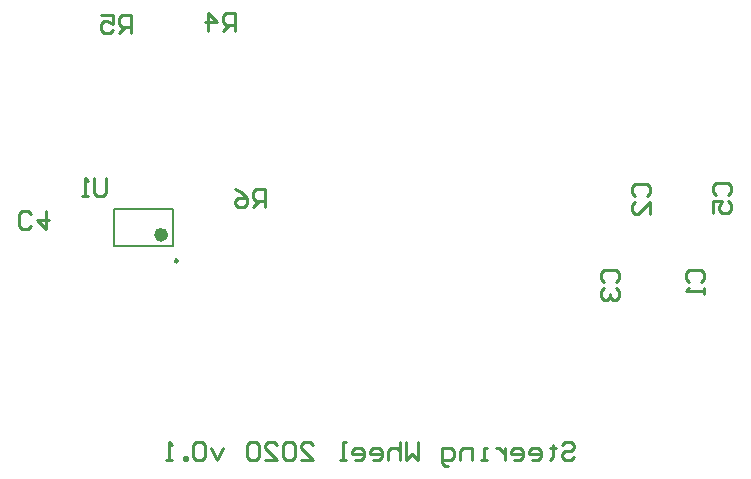
<source format=gbr>
%TF.GenerationSoftware,Altium Limited,Altium Designer,19.1.8 (144)*%
G04 Layer_Color=32896*
%FSLAX26Y26*%
%MOIN*%
%TF.FileFunction,Legend,Bot*%
%TF.Part,Single*%
G01*
G75*
%TA.AperFunction,NonConductor*%
%ADD23C,0.023622*%
%ADD24C,0.009842*%
%ADD25C,0.007874*%
%ADD26C,0.010000*%
D23*
X885866Y1101378D02*
G03*
X885866Y1101378I-11811J0D01*
G01*
D24*
X929370Y1013779D02*
G03*
X929370Y1013779I-4921J0D01*
G01*
D25*
X716575Y1062008D02*
Y1187992D01*
Y1062008D02*
X913425D01*
X716575Y1187992D02*
X913425D01*
Y1062008D02*
Y1187992D01*
D26*
X2210013Y399984D02*
X2220010Y409981D01*
X2240003D01*
X2250000Y399984D01*
Y389987D01*
X2240003Y379990D01*
X2220010D01*
X2210013Y369993D01*
Y359997D01*
X2220010Y350000D01*
X2240003D01*
X2250000Y359997D01*
X2180023Y399984D02*
Y389987D01*
X2190019D01*
X2170026D01*
X2180023D01*
Y359997D01*
X2170026Y350000D01*
X2110045D02*
X2130039D01*
X2140036Y359997D01*
Y379990D01*
X2130039Y389987D01*
X2110045D01*
X2100048Y379990D01*
Y369993D01*
X2140036D01*
X2050065Y350000D02*
X2070058D01*
X2080055Y359997D01*
Y379990D01*
X2070058Y389987D01*
X2050065D01*
X2040068Y379990D01*
Y369993D01*
X2080055D01*
X2020074Y389987D02*
Y350000D01*
Y369993D01*
X2010078Y379990D01*
X2000081Y389987D01*
X1990084D01*
X1960094Y350000D02*
X1940100D01*
X1950097D01*
Y389987D01*
X1960094D01*
X1910110Y350000D02*
Y389987D01*
X1880120D01*
X1870123Y379990D01*
Y350000D01*
X1830136Y330007D02*
X1820139D01*
X1810142Y340003D01*
Y389987D01*
X1840133D01*
X1850129Y379990D01*
Y359997D01*
X1840133Y350000D01*
X1810142D01*
X1730168Y409981D02*
Y350000D01*
X1710175Y369993D01*
X1690181Y350000D01*
Y409981D01*
X1670188D02*
Y350000D01*
Y379990D01*
X1660191Y389987D01*
X1640197D01*
X1630200Y379990D01*
Y350000D01*
X1580217D02*
X1600210D01*
X1610207Y359997D01*
Y379990D01*
X1600210Y389987D01*
X1580217D01*
X1570220Y379990D01*
Y369993D01*
X1610207D01*
X1520236Y350000D02*
X1540230D01*
X1550226Y359997D01*
Y379990D01*
X1540230Y389987D01*
X1520236D01*
X1510239Y379990D01*
Y369993D01*
X1550226D01*
X1490246Y350000D02*
X1470252D01*
X1480249D01*
Y409981D01*
X1490246D01*
X1340294Y350000D02*
X1380281D01*
X1340294Y389987D01*
Y399984D01*
X1350291Y409981D01*
X1370285D01*
X1380281Y399984D01*
X1320301D02*
X1310304Y409981D01*
X1290311D01*
X1280314Y399984D01*
Y359997D01*
X1290311Y350000D01*
X1310304D01*
X1320301Y359997D01*
Y399984D01*
X1220333Y350000D02*
X1260320D01*
X1220333Y389987D01*
Y399984D01*
X1230330Y409981D01*
X1250323D01*
X1260320Y399984D01*
X1200340D02*
X1190343Y409981D01*
X1170349D01*
X1160352Y399984D01*
Y359997D01*
X1170349Y350000D01*
X1190343D01*
X1200340Y359997D01*
Y399984D01*
X1080378Y389987D02*
X1060385Y350000D01*
X1040391Y389987D01*
X1020398Y399984D02*
X1010401Y409981D01*
X990408D01*
X980411Y399984D01*
Y359997D01*
X990408Y350000D01*
X1010401D01*
X1020398Y359997D01*
Y399984D01*
X960417Y350000D02*
Y359997D01*
X950420D01*
Y350000D01*
X960417D01*
X910433D02*
X890440D01*
X900437D01*
Y409981D01*
X910433Y399984D01*
X2725016Y1235013D02*
X2715019Y1245010D01*
Y1265003D01*
X2725016Y1275000D01*
X2765003D01*
X2775000Y1265003D01*
Y1245010D01*
X2765003Y1235013D01*
X2715019Y1175032D02*
Y1215019D01*
X2745010D01*
X2735013Y1195026D01*
Y1185029D01*
X2745010Y1175032D01*
X2765003D01*
X2775000Y1185029D01*
Y1205023D01*
X2765003Y1215019D01*
X2350016Y945013D02*
X2340019Y955010D01*
Y975003D01*
X2350016Y985000D01*
X2390003D01*
X2400000Y975003D01*
Y955010D01*
X2390003Y945013D01*
X2350016Y925019D02*
X2340019Y915023D01*
Y895029D01*
X2350016Y885032D01*
X2360013D01*
X2370010Y895029D01*
Y905026D01*
Y895029D01*
X2380006Y885032D01*
X2390003D01*
X2400000Y895029D01*
Y915023D01*
X2390003Y925019D01*
X2455016Y1231430D02*
X2445020Y1241427D01*
Y1261420D01*
X2455016Y1271417D01*
X2495003D01*
X2505000Y1261420D01*
Y1241427D01*
X2495003Y1231430D01*
X2505000Y1171450D02*
Y1211437D01*
X2465013Y1171450D01*
X2455016D01*
X2445020Y1181446D01*
Y1201440D01*
X2455016Y1211437D01*
X2635016Y945013D02*
X2625019Y955010D01*
Y975003D01*
X2635016Y985000D01*
X2675003D01*
X2685000Y975003D01*
Y955010D01*
X2675003Y945013D01*
X2685000Y925019D02*
Y905026D01*
Y915023D01*
X2625019D01*
X2635016Y925019D01*
X690000Y1289981D02*
Y1239997D01*
X680003Y1230000D01*
X660010D01*
X650013Y1239997D01*
Y1289981D01*
X630019Y1230000D02*
X610026D01*
X620023D01*
Y1289981D01*
X630019Y1279984D01*
X1218583Y1195000D02*
Y1254981D01*
X1188592D01*
X1178596Y1244984D01*
Y1224990D01*
X1188592Y1214994D01*
X1218583D01*
X1198589D02*
X1178596Y1195000D01*
X1118615Y1254981D02*
X1138609Y1244984D01*
X1158602Y1224990D01*
Y1204997D01*
X1148605Y1195000D01*
X1128612D01*
X1118615Y1204997D01*
Y1214994D01*
X1128612Y1224990D01*
X1158602D01*
X775000Y1775000D02*
Y1834981D01*
X745010D01*
X735013Y1824984D01*
Y1804990D01*
X745010Y1794994D01*
X775000D01*
X755006D02*
X735013Y1775000D01*
X675032Y1834981D02*
X715019D01*
Y1804990D01*
X695026Y1814987D01*
X685029D01*
X675032Y1804990D01*
Y1784997D01*
X685029Y1775000D01*
X705023D01*
X715019Y1784997D01*
X1120000Y1780000D02*
Y1839981D01*
X1090010D01*
X1080013Y1829984D01*
Y1809990D01*
X1090010Y1799994D01*
X1120000D01*
X1100006D02*
X1080013Y1780000D01*
X1030029D02*
Y1839981D01*
X1060019Y1809990D01*
X1020032D01*
X441404Y1130016D02*
X431408Y1120019D01*
X411414D01*
X401417Y1130016D01*
Y1170003D01*
X411414Y1180000D01*
X431408D01*
X441404Y1170003D01*
X491388Y1180000D02*
Y1120019D01*
X461398Y1150010D01*
X501385D01*
%TF.MD5,bb502966bfe1682b0b3f45777e3765d6*%
M02*

</source>
